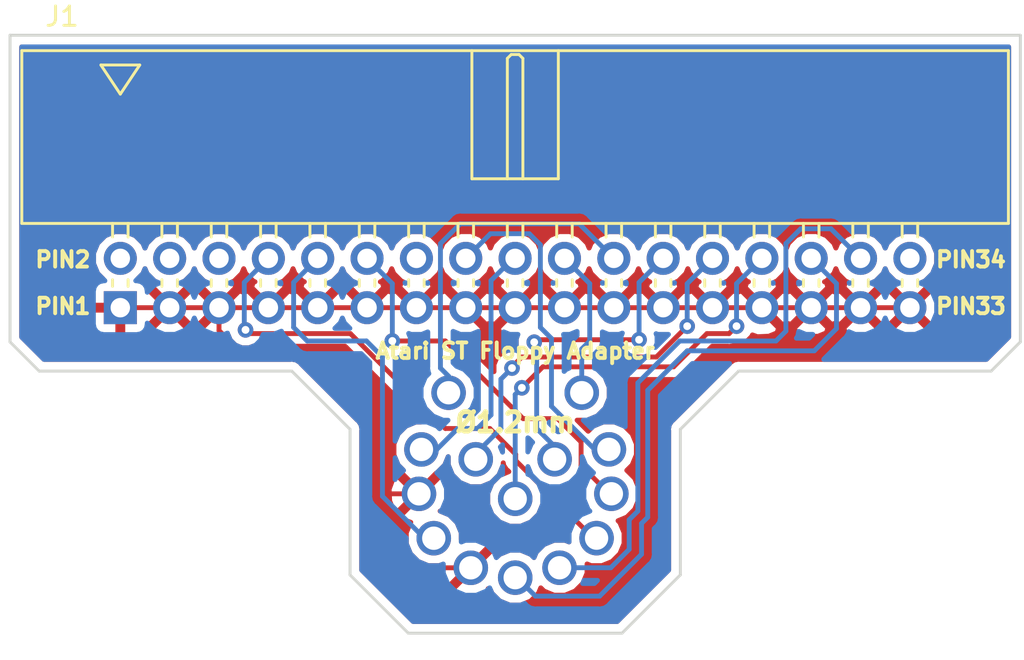
<source format=kicad_pcb>
(kicad_pcb (version 20171130) (host pcbnew "(5.0.0-rc2-dev-655-ge0ca5bab1)")

  (general
    (thickness 1.6)
    (drawings 20)
    (tracks 138)
    (zones 0)
    (modules 2)
    (nets 19)
  )

  (page A4)
  (layers
    (0 Top signal)
    (31 Bottom signal)
    (32 B.Adhes user)
    (33 F.Adhes user)
    (34 B.Paste user)
    (35 F.Paste user)
    (36 B.SilkS user)
    (37 F.SilkS user)
    (38 B.Mask user)
    (39 F.Mask user)
    (40 Dwgs.User user)
    (41 Cmts.User user)
    (42 Eco1.User user)
    (43 Eco2.User user)
    (44 Edge.Cuts user)
    (45 Margin user)
    (46 B.CrtYd user)
    (47 F.CrtYd user)
    (48 B.Fab user)
    (49 F.Fab user)
  )

  (setup
    (last_trace_width 0.25)
    (trace_clearance 0.2)
    (zone_clearance 0.4)
    (zone_45_only no)
    (trace_min 0.2)
    (segment_width 0.2)
    (edge_width 0.15)
    (via_size 0.8)
    (via_drill 0.4)
    (via_min_size 0.4)
    (via_min_drill 0.3)
    (uvia_size 0.3)
    (uvia_drill 0.1)
    (uvias_allowed no)
    (uvia_min_size 0.2)
    (uvia_min_drill 0.1)
    (pcb_text_width 0.3)
    (pcb_text_size 1.5 1.5)
    (mod_edge_width 0.15)
    (mod_text_size 1 1)
    (mod_text_width 0.15)
    (pad_size 1.778 1.778)
    (pad_drill 1.2)
    (pad_to_mask_clearance 0.2)
    (aux_axis_origin 0 0)
    (visible_elements 7FFFFFFF)
    (pcbplotparams
      (layerselection 0x010fc_ffffffff)
      (usegerberextensions false)
      (usegerberattributes false)
      (usegerberadvancedattributes false)
      (creategerberjobfile false)
      (excludeedgelayer true)
      (linewidth 0.100000)
      (plotframeref false)
      (viasonmask false)
      (mode 1)
      (useauxorigin false)
      (hpglpennumber 1)
      (hpglpenspeed 20)
      (hpglpendiameter 15)
      (psnegative false)
      (psa4output false)
      (plotreference true)
      (plotvalue true)
      (plotinvisibletext false)
      (padsonsilk false)
      (subtractmaskfromsilk false)
      (outputformat 1)
      (mirror false)
      (drillshape 1)
      (scaleselection 1)
      (outputdirectory ""))
  )

  (net 0 "")
  (net 1 GND)
  (net 2 "Net-(J1-Pad34)")
  (net 3 Side_Select)
  (net 4 Read_Data)
  (net 5 Write_Protect)
  (net 6 Track_00)
  (net 7 Write_Gate)
  (net 8 Write_Data)
  (net 9 Step)
  (net 10 Step_Direction)
  (net 11 Motor_On)
  (net 12 "Net-(J1-Pad14)")
  (net 13 DS_B)
  (net 14 DS_A)
  (net 15 Index)
  (net 16 "Net-(J1-Pad6)")
  (net 17 "Net-(J1-Pad4)")
  (net 18 "Net-(J1-Pad2)")

  (net_class Default "This is the default net class."
    (clearance 0.2)
    (trace_width 0.25)
    (via_dia 0.8)
    (via_drill 0.4)
    (uvia_dia 0.3)
    (uvia_drill 0.1)
    (add_net DS_A)
    (add_net DS_B)
    (add_net GND)
    (add_net Index)
    (add_net Motor_On)
    (add_net "Net-(J1-Pad14)")
    (add_net "Net-(J1-Pad2)")
    (add_net "Net-(J1-Pad34)")
    (add_net "Net-(J1-Pad4)")
    (add_net "Net-(J1-Pad6)")
    (add_net Read_Data)
    (add_net Side_Select)
    (add_net Step)
    (add_net Step_Direction)
    (add_net Track_00)
    (add_net Write_Data)
    (add_net Write_Gate)
    (add_net Write_Protect)
  )

  (module Connectors_Multicomp:Multicomp_MC9A22-3434_2x17x2.54mm_Angled (layer Top) (tedit 56C61E6B) (tstamp 5B41C6B6)
    (at 128.1761 98.2345)
    (descr http://www.farnell.com/cad/360651.pdf)
    (tags "connector multicomp MC9A MC9A22")
    (path /5B421418)
    (fp_text reference J1 (at -3 -15) (layer F.SilkS)
      (effects (font (size 1 1) (thickness 0.15)))
    )
    (fp_text value Conn_02x17_Odd_Even (at 20.32 -5.5) (layer F.Fab)
      (effects (font (size 1 1) (thickness 0.15)))
    )
    (fp_line (start 41.04 -3.64) (end 41.04 -4.34) (layer F.SilkS) (width 0.15))
    (fp_line (start 40.24 -3.64) (end 40.24 -4.34) (layer F.SilkS) (width 0.15))
    (fp_line (start 41.04 -1.1) (end 41.04 -1.44) (layer F.SilkS) (width 0.15))
    (fp_line (start 40.24 -1.1) (end 40.24 -1.44) (layer F.SilkS) (width 0.15))
    (fp_line (start 38.5 -3.64) (end 38.5 -4.34) (layer F.SilkS) (width 0.15))
    (fp_line (start 37.7 -3.64) (end 37.7 -4.34) (layer F.SilkS) (width 0.15))
    (fp_line (start 38.5 -1.1) (end 38.5 -1.44) (layer F.SilkS) (width 0.15))
    (fp_line (start 37.7 -1.1) (end 37.7 -1.44) (layer F.SilkS) (width 0.15))
    (fp_line (start 35.96 -3.64) (end 35.96 -4.34) (layer F.SilkS) (width 0.15))
    (fp_line (start 35.16 -3.64) (end 35.16 -4.34) (layer F.SilkS) (width 0.15))
    (fp_line (start 35.96 -1.1) (end 35.96 -1.44) (layer F.SilkS) (width 0.15))
    (fp_line (start 35.16 -1.1) (end 35.16 -1.44) (layer F.SilkS) (width 0.15))
    (fp_line (start 33.42 -3.64) (end 33.42 -4.34) (layer F.SilkS) (width 0.15))
    (fp_line (start 32.62 -3.64) (end 32.62 -4.34) (layer F.SilkS) (width 0.15))
    (fp_line (start 33.42 -1.1) (end 33.42 -1.44) (layer F.SilkS) (width 0.15))
    (fp_line (start 32.62 -1.1) (end 32.62 -1.44) (layer F.SilkS) (width 0.15))
    (fp_line (start 30.88 -3.64) (end 30.88 -4.34) (layer F.SilkS) (width 0.15))
    (fp_line (start 30.08 -3.64) (end 30.08 -4.34) (layer F.SilkS) (width 0.15))
    (fp_line (start 30.88 -1.1) (end 30.88 -1.44) (layer F.SilkS) (width 0.15))
    (fp_line (start 30.08 -1.1) (end 30.08 -1.44) (layer F.SilkS) (width 0.15))
    (fp_line (start 28.34 -3.64) (end 28.34 -4.34) (layer F.SilkS) (width 0.15))
    (fp_line (start 27.54 -3.64) (end 27.54 -4.34) (layer F.SilkS) (width 0.15))
    (fp_line (start 28.34 -1.1) (end 28.34 -1.44) (layer F.SilkS) (width 0.15))
    (fp_line (start 27.54 -1.1) (end 27.54 -1.44) (layer F.SilkS) (width 0.15))
    (fp_line (start 25.8 -3.64) (end 25.8 -4.34) (layer F.SilkS) (width 0.15))
    (fp_line (start 25 -3.64) (end 25 -4.34) (layer F.SilkS) (width 0.15))
    (fp_line (start 25.8 -1.1) (end 25.8 -1.44) (layer F.SilkS) (width 0.15))
    (fp_line (start 25 -1.1) (end 25 -1.44) (layer F.SilkS) (width 0.15))
    (fp_line (start 23.26 -3.64) (end 23.26 -4.34) (layer F.SilkS) (width 0.15))
    (fp_line (start 22.46 -3.64) (end 22.46 -4.34) (layer F.SilkS) (width 0.15))
    (fp_line (start 23.26 -1.1) (end 23.26 -1.44) (layer F.SilkS) (width 0.15))
    (fp_line (start 22.46 -1.1) (end 22.46 -1.44) (layer F.SilkS) (width 0.15))
    (fp_line (start 20.72 -3.64) (end 20.72 -4.34) (layer F.SilkS) (width 0.15))
    (fp_line (start 19.92 -3.64) (end 19.92 -4.34) (layer F.SilkS) (width 0.15))
    (fp_line (start 20.72 -1.1) (end 20.72 -1.44) (layer F.SilkS) (width 0.15))
    (fp_line (start 19.92 -1.1) (end 19.92 -1.44) (layer F.SilkS) (width 0.15))
    (fp_line (start 18.18 -3.64) (end 18.18 -4.34) (layer F.SilkS) (width 0.15))
    (fp_line (start 17.38 -3.64) (end 17.38 -4.34) (layer F.SilkS) (width 0.15))
    (fp_line (start 18.18 -1.1) (end 18.18 -1.44) (layer F.SilkS) (width 0.15))
    (fp_line (start 17.38 -1.1) (end 17.38 -1.44) (layer F.SilkS) (width 0.15))
    (fp_line (start 15.64 -3.64) (end 15.64 -4.34) (layer F.SilkS) (width 0.15))
    (fp_line (start 14.84 -3.64) (end 14.84 -4.34) (layer F.SilkS) (width 0.15))
    (fp_line (start 15.64 -1.1) (end 15.64 -1.44) (layer F.SilkS) (width 0.15))
    (fp_line (start 14.84 -1.1) (end 14.84 -1.44) (layer F.SilkS) (width 0.15))
    (fp_line (start 13.1 -3.64) (end 13.1 -4.34) (layer F.SilkS) (width 0.15))
    (fp_line (start 12.3 -3.64) (end 12.3 -4.34) (layer F.SilkS) (width 0.15))
    (fp_line (start 13.1 -1.1) (end 13.1 -1.44) (layer F.SilkS) (width 0.15))
    (fp_line (start 12.3 -1.1) (end 12.3 -1.44) (layer F.SilkS) (width 0.15))
    (fp_line (start 10.56 -3.64) (end 10.56 -4.34) (layer F.SilkS) (width 0.15))
    (fp_line (start 9.76 -3.64) (end 9.76 -4.34) (layer F.SilkS) (width 0.15))
    (fp_line (start 10.56 -1.1) (end 10.56 -1.44) (layer F.SilkS) (width 0.15))
    (fp_line (start 9.76 -1.1) (end 9.76 -1.44) (layer F.SilkS) (width 0.15))
    (fp_line (start 8.02 -3.64) (end 8.02 -4.34) (layer F.SilkS) (width 0.15))
    (fp_line (start 7.22 -3.64) (end 7.22 -4.34) (layer F.SilkS) (width 0.15))
    (fp_line (start 8.02 -1.1) (end 8.02 -1.44) (layer F.SilkS) (width 0.15))
    (fp_line (start 7.22 -1.1) (end 7.22 -1.44) (layer F.SilkS) (width 0.15))
    (fp_line (start 5.48 -3.64) (end 5.48 -4.34) (layer F.SilkS) (width 0.15))
    (fp_line (start 4.68 -3.64) (end 4.68 -4.34) (layer F.SilkS) (width 0.15))
    (fp_line (start 5.48 -1.1) (end 5.48 -1.44) (layer F.SilkS) (width 0.15))
    (fp_line (start 4.68 -1.1) (end 4.68 -1.44) (layer F.SilkS) (width 0.15))
    (fp_line (start 2.94 -3.64) (end 2.94 -4.34) (layer F.SilkS) (width 0.15))
    (fp_line (start 2.14 -3.64) (end 2.14 -4.34) (layer F.SilkS) (width 0.15))
    (fp_line (start 2.94 -1.1) (end 2.94 -1.44) (layer F.SilkS) (width 0.15))
    (fp_line (start 2.14 -1.1) (end 2.14 -1.44) (layer F.SilkS) (width 0.15))
    (fp_line (start 0.4 -3.64) (end 0.4 -4.34) (layer F.SilkS) (width 0.15))
    (fp_line (start -0.4 -3.64) (end -0.4 -4.34) (layer F.SilkS) (width 0.15))
    (fp_line (start 0.4 -1.1) (end 0.4 -1.44) (layer F.SilkS) (width 0.15))
    (fp_line (start -0.4 -1.1) (end -0.4 -1.44) (layer F.SilkS) (width 0.15))
    (fp_line (start 46.2 1.35) (end -5.55 1.35) (layer F.CrtYd) (width 0.05))
    (fp_line (start 46.2 -13.75) (end 46.2 1.35) (layer F.CrtYd) (width 0.05))
    (fp_line (start -5.55 -13.75) (end 46.2 -13.75) (layer F.CrtYd) (width 0.05))
    (fp_line (start -5.55 1.35) (end -5.55 -13.75) (layer F.CrtYd) (width 0.05))
    (fp_line (start 0 -11) (end -1 -12.5) (layer F.SilkS) (width 0.15))
    (fp_line (start 1 -12.5) (end 0 -11) (layer F.SilkS) (width 0.15))
    (fp_line (start -1 -12.5) (end 1 -12.5) (layer F.SilkS) (width 0.15))
    (fp_line (start 20.72 -12.84) (end 20.72 -6.64) (layer F.SilkS) (width 0.15))
    (fp_line (start 20.52 -13.04) (end 20.72 -12.84) (layer F.SilkS) (width 0.15))
    (fp_line (start 20.12 -13.04) (end 20.52 -13.04) (layer F.SilkS) (width 0.15))
    (fp_line (start 19.92 -12.84) (end 20.12 -13.04) (layer F.SilkS) (width 0.15))
    (fp_line (start 19.92 -6.64) (end 19.92 -12.84) (layer F.SilkS) (width 0.15))
    (fp_line (start 22.545 -6.64) (end 22.545 -13.24) (layer F.SilkS) (width 0.15))
    (fp_line (start 18.095 -6.64) (end 22.545 -6.64) (layer F.SilkS) (width 0.15))
    (fp_line (start 18.095 -13.24) (end 18.095 -6.64) (layer F.SilkS) (width 0.15))
    (fp_line (start 45.71 -4.34) (end -5.07 -4.34) (layer F.SilkS) (width 0.15))
    (fp_line (start 45.71 -13.24) (end 45.71 -4.34) (layer F.SilkS) (width 0.15))
    (fp_line (start -5.07 -13.24) (end 45.71 -13.24) (layer F.SilkS) (width 0.15))
    (fp_line (start -5.07 -4.34) (end -5.07 -13.24) (layer F.SilkS) (width 0.15))
    (pad 34 thru_hole circle (at 40.64 -2.54) (size 1.7 1.7) (drill 1) (layers *.Cu *.Mask)
      (net 2 "Net-(J1-Pad34)"))
    (pad 33 thru_hole circle (at 40.64 0) (size 1.7 1.7) (drill 1) (layers *.Cu *.Mask)
      (net 1 GND))
    (pad 32 thru_hole circle (at 38.1 -2.54) (size 1.7 1.7) (drill 1) (layers *.Cu *.Mask)
      (net 3 Side_Select))
    (pad 31 thru_hole circle (at 38.1 0) (size 1.7 1.7) (drill 1) (layers *.Cu *.Mask)
      (net 1 GND))
    (pad 30 thru_hole circle (at 35.56 -2.54) (size 1.7 1.7) (drill 1) (layers *.Cu *.Mask)
      (net 4 Read_Data))
    (pad 29 thru_hole circle (at 35.56 0) (size 1.7 1.7) (drill 1) (layers *.Cu *.Mask)
      (net 1 GND))
    (pad 28 thru_hole circle (at 33.02 -2.54) (size 1.7 1.7) (drill 1) (layers *.Cu *.Mask)
      (net 5 Write_Protect))
    (pad 27 thru_hole circle (at 33.02 0) (size 1.7 1.7) (drill 1) (layers *.Cu *.Mask)
      (net 1 GND))
    (pad 26 thru_hole circle (at 30.48 -2.54) (size 1.7 1.7) (drill 1) (layers *.Cu *.Mask)
      (net 6 Track_00))
    (pad 25 thru_hole circle (at 30.48 0) (size 1.7 1.7) (drill 1) (layers *.Cu *.Mask)
      (net 1 GND))
    (pad 24 thru_hole circle (at 27.94 -2.54) (size 1.7 1.7) (drill 1) (layers *.Cu *.Mask)
      (net 7 Write_Gate))
    (pad 23 thru_hole circle (at 27.94 0) (size 1.7 1.7) (drill 1) (layers *.Cu *.Mask)
      (net 1 GND))
    (pad 22 thru_hole circle (at 25.4 -2.54) (size 1.7 1.7) (drill 1) (layers *.Cu *.Mask)
      (net 8 Write_Data))
    (pad 21 thru_hole circle (at 25.4 0) (size 1.7 1.7) (drill 1) (layers *.Cu *.Mask)
      (net 1 GND))
    (pad 20 thru_hole circle (at 22.86 -2.54) (size 1.7 1.7) (drill 1) (layers *.Cu *.Mask)
      (net 9 Step))
    (pad 19 thru_hole circle (at 22.86 0) (size 1.7 1.7) (drill 1) (layers *.Cu *.Mask)
      (net 1 GND))
    (pad 18 thru_hole circle (at 20.32 -2.54) (size 1.7 1.7) (drill 1) (layers *.Cu *.Mask)
      (net 10 Step_Direction))
    (pad 17 thru_hole circle (at 20.32 0) (size 1.7 1.7) (drill 1) (layers *.Cu *.Mask)
      (net 1 GND))
    (pad 16 thru_hole circle (at 17.78 -2.54) (size 1.7 1.7) (drill 1) (layers *.Cu *.Mask)
      (net 11 Motor_On))
    (pad 15 thru_hole circle (at 17.78 0) (size 1.7 1.7) (drill 1) (layers *.Cu *.Mask)
      (net 1 GND))
    (pad 14 thru_hole circle (at 15.24 -2.54) (size 1.7 1.7) (drill 1) (layers *.Cu *.Mask)
      (net 12 "Net-(J1-Pad14)"))
    (pad 13 thru_hole circle (at 15.24 0) (size 1.7 1.7) (drill 1) (layers *.Cu *.Mask)
      (net 1 GND))
    (pad 12 thru_hole circle (at 12.7 -2.54) (size 1.7 1.7) (drill 1) (layers *.Cu *.Mask)
      (net 13 DS_B))
    (pad 11 thru_hole circle (at 12.7 0) (size 1.7 1.7) (drill 1) (layers *.Cu *.Mask)
      (net 1 GND))
    (pad 10 thru_hole circle (at 10.16 -2.54) (size 1.7 1.7) (drill 1) (layers *.Cu *.Mask)
      (net 14 DS_A))
    (pad 9 thru_hole circle (at 10.16 0) (size 1.7 1.7) (drill 1) (layers *.Cu *.Mask)
      (net 1 GND))
    (pad 8 thru_hole circle (at 7.62 -2.54) (size 1.7 1.7) (drill 1) (layers *.Cu *.Mask)
      (net 15 Index))
    (pad 7 thru_hole circle (at 7.62 0) (size 1.7 1.7) (drill 1) (layers *.Cu *.Mask)
      (net 1 GND))
    (pad 6 thru_hole circle (at 5.08 -2.54) (size 1.7 1.7) (drill 1) (layers *.Cu *.Mask)
      (net 16 "Net-(J1-Pad6)"))
    (pad 5 thru_hole circle (at 5.08 0) (size 1.7 1.7) (drill 1) (layers *.Cu *.Mask)
      (net 1 GND))
    (pad 4 thru_hole circle (at 2.54 -2.54) (size 1.7 1.7) (drill 1) (layers *.Cu *.Mask)
      (net 17 "Net-(J1-Pad4)"))
    (pad 3 thru_hole circle (at 2.54 0) (size 1.7 1.7) (drill 1) (layers *.Cu *.Mask)
      (net 1 GND))
    (pad 2 thru_hole circle (at 0 -2.54) (size 1.7 1.7) (drill 1) (layers *.Cu *.Mask)
      (net 18 "Net-(J1-Pad2)"))
    (pad 1 thru_hole rect (at 0 0) (size 1.7 1.7) (drill 1) (layers *.Cu *.Mask)
      (net 1 GND))
  )

  (module AtarianComputing:Atari_ST_Floppy (layer Top) (tedit 5B421645) (tstamp 5B41BC9C)
    (at 148.5011 107.061)
    (path /5B43EA90)
    (fp_text reference U1 (at -0.005 -9.60374) (layer F.SilkS) hide
      (effects (font (size 1.524 1.524) (thickness 0.381)))
    )
    (fp_text value Atari_ST_Floppy (at 0 10.668) (layer F.Fab) hide
      (effects (font (size 1.524 1.524) (thickness 0.381)))
    )
    (fp_circle (center 0 0) (end -2.526482 8.5) (layer F.Fab) (width 0.15))
    (pad 1 thru_hole circle (at 0 5.08) (size 1.778 1.778) (drill 1.2) (layers *.Cu *.Mask)
      (net 4 Read_Data))
    (pad 3 thru_hole circle (at -2.286 4.572) (size 1.778 1.778) (drill 1.2) (layers *.Cu *.Mask)
      (net 1 GND))
    (pad 5 thru_hole circle (at -4.191 3.048) (size 1.778 1.778) (drill 1.2) (layers *.Cu *.Mask)
      (net 14 DS_A))
    (pad 7 thru_hole circle (at -4.953 0.762) (size 1.778 1.778) (drill 1.2) (layers *.Cu *.Mask)
      (net 1 GND))
    (pad 9 thru_hole circle (at -4.826 -1.524) (size 1.778 1.778) (drill 1.2) (layers *.Cu *.Mask)
      (net 10 Step_Direction))
    (pad 11 thru_hole circle (at -3.429 -4.445) (size 1.778 1.778) (drill 1.2) (layers *.Cu *.Mask)
      (net 8 Write_Data))
    (pad 13 thru_hole circle (at -2.032 -1.016) (size 1.778 1.778) (drill 1.2) (layers *.Cu *.Mask)
      (net 6 Track_00))
    (pad 14 thru_hole circle (at 0 1.016) (size 1.778 1.778) (drill 1.2) (layers *.Cu *.Mask)
      (net 5 Write_Protect))
    (pad 12 thru_hole circle (at 2.028335 -1.019142) (size 1.778 1.778) (drill 1.2) (layers *.Cu *.Mask)
      (net 7 Write_Gate))
    (pad 2 thru_hole circle (at 2.282335 4.568858) (size 1.778 1.778) (drill 1.2) (layers *.Cu *.Mask)
      (net 3 Side_Select))
    (pad 8 thru_hole circle (at 4.822335 -1.527142) (size 1.778 1.778) (drill 1.2) (layers *.Cu *.Mask)
      (net 11 Motor_On))
    (pad 4 thru_hole circle (at 4.187335 3.044858) (size 1.778 1.778) (drill 1.2) (layers *.Cu *.Mask)
      (net 15 Index))
    (pad 6 thru_hole circle (at 4.949335 0.758858) (size 1.778 1.778) (drill 1.2) (layers *.Cu *.Mask)
      (net 13 DS_B))
    (pad 10 thru_hole circle (at 3.425335 -4.448142) (size 1.778 1.778) (drill 1.2) (layers *.Cu *.Mask)
      (net 9 Step))
  )

  (gr_text "Atari ST Floppy Adapter" (at 148.5011 100.465) (layer F.SilkS)
    (effects (font (size 0.8 0.8) (thickness 0.2)))
  )
  (gr_text PIN34 (at 171.958 95.758) (layer F.SilkS) (tstamp 5B42295E)
    (effects (font (size 0.8 0.8) (thickness 0.2)))
  )
  (gr_text PIN33 (at 171.958 98.1605) (layer F.SilkS) (tstamp 5B4227E2)
    (effects (font (size 0.8 0.8) (thickness 0.2)))
  )
  (gr_text PIN2 (at 125.222 95.758) (layer F.SilkS) (tstamp 5B421F8E)
    (effects (font (size 0.8 0.8) (thickness 0.2)))
  )
  (gr_text PIN1 (at 125.222 98.1605) (layer F.SilkS)
    (effects (font (size 0.8 0.8) (thickness 0.2)))
  )
  (gr_text Ø1.2mm (at 148.5011 104.14) (layer F.SilkS)
    (effects (font (size 1 1) (thickness 0.25)))
  )
  (gr_line (start 154 115) (end 157 112) (layer Edge.Cuts) (width 0.15) (tstamp 5B41E0CA))
  (gr_line (start 157 104.5) (end 157 112) (layer Edge.Cuts) (width 0.15) (tstamp 5B41E0A5))
  (gr_line (start 157 104.5) (end 160 101.5) (layer Edge.Cuts) (width 0.15) (tstamp 5B41E063))
  (gr_line (start 173 101.5) (end 160 101.5) (layer Edge.Cuts) (width 0.15) (tstamp 5B41DFEA))
  (gr_line (start 173 101.5) (end 174.5 100) (layer Edge.Cuts) (width 0.15) (tstamp 5B41DFA5))
  (gr_line (start 122.5 100) (end 124 101.5) (layer Edge.Cuts) (width 0.15) (tstamp 5B41DD65))
  (gr_line (start 137 101.5) (end 140 104.5) (layer Edge.Cuts) (width 0.15) (tstamp 5B41DCC5))
  (gr_line (start 140 104.5) (end 140 112) (layer Edge.Cuts) (width 0.15))
  (gr_line (start 137 101.5) (end 124 101.5) (layer Edge.Cuts) (width 0.15))
  (gr_line (start 140 112) (end 143 115) (layer Edge.Cuts) (width 0.15))
  (gr_line (start 154 115) (end 143 115) (layer Edge.Cuts) (width 0.15))
  (gr_line (start 174.5 84.201) (end 174.5 100) (layer Edge.Cuts) (width 0.15))
  (gr_line (start 122.5 84.201) (end 174.5 84.201) (layer Edge.Cuts) (width 0.15))
  (gr_line (start 122.5 84.201) (end 122.5 100) (layer Edge.Cuts) (width 0.15))

  (segment (start 133.2561 98.2345) (end 135.7961 98.2345) (width 0.25) (layer Top) (net 1))
  (segment (start 135.7961 98.2345) (end 138.3361 98.2345) (width 0.25) (layer Top) (net 1))
  (segment (start 138.3361 98.2345) (end 140.8761 98.2345) (width 0.25) (layer Top) (net 1))
  (segment (start 140.8761 98.2345) (end 143.4161 98.2345) (width 0.25) (layer Top) (net 1))
  (segment (start 143.4161 98.2345) (end 145.9561 98.2345) (width 0.25) (layer Top) (net 1))
  (segment (start 145.9561 98.2345) (end 148.4961 98.2345) (width 0.25) (layer Top) (net 1))
  (segment (start 148.4961 98.2345) (end 151.0361 98.2345) (width 0.25) (layer Top) (net 1))
  (segment (start 151.0361 98.2345) (end 153.5761 98.2345) (width 0.25) (layer Top) (net 1))
  (segment (start 153.5761 98.2345) (end 156.1161 98.2345) (width 0.25) (layer Top) (net 1))
  (segment (start 156.1161 98.2345) (end 158.6561 98.2345) (width 0.25) (layer Top) (net 1))
  (segment (start 158.6561 98.2345) (end 161.1961 98.2345) (width 0.25) (layer Top) (net 1))
  (segment (start 161.1961 98.2345) (end 163.7361 98.2345) (width 0.25) (layer Top) (net 1))
  (segment (start 163.7361 98.2345) (end 166.2761 98.2345) (width 0.25) (layer Top) (net 1))
  (segment (start 166.2761 98.2345) (end 168.8161 98.2345) (width 0.25) (layer Top) (net 1))
  (segment (start 133.2561 98.2345) (end 130.7161 98.2345) (width 0.25) (layer Top) (net 1))
  (segment (start 130.7161 98.2345) (end 128.1761 98.2345) (width 0.25) (layer Top) (net 1))
  (segment (start 143.5481 107.823) (end 141.6685 107.823) (width 0.25) (layer Top) (net 1))
  (segment (start 141.6685 109.601) (end 141.6685 107.823) (width 0.25) (layer Top) (net 1))
  (segment (start 146.2151 111.633) (end 143.7005 111.633) (width 0.25) (layer Top) (net 1))
  (segment (start 143.7005 111.633) (end 141.6685 109.601) (width 0.25) (layer Top) (net 1))
  (segment (start 133.2561 99.4106) (end 133.2561 98.2345) (width 0.25) (layer Top) (net 1))
  (segment (start 134.493 100.6475) (end 133.2561 99.4106) (width 0.25) (layer Top) (net 1))
  (segment (start 140.1445 100.6475) (end 134.493 100.6475) (width 0.25) (layer Top) (net 1))
  (segment (start 141.6685 107.823) (end 141.6685 102.1715) (width 0.25) (layer Top) (net 1))
  (segment (start 141.6685 102.1715) (end 140.1445 100.6475) (width 0.25) (layer Top) (net 1))
  (segment (start 164.7521 94.1705) (end 166.2761 95.6945) (width 0.25) (layer Bottom) (net 3))
  (segment (start 163.195 94.1705) (end 164.7521 94.1705) (width 0.25) (layer Bottom) (net 3))
  (segment (start 162.433 94.9325) (end 163.195 94.1705) (width 0.25) (layer Bottom) (net 3))
  (segment (start 162.433 99.441) (end 162.433 94.9325) (width 0.25) (layer Bottom) (net 3))
  (segment (start 156.972 99.949) (end 161.925 99.949) (width 0.25) (layer Bottom) (net 3))
  (segment (start 161.925 99.949) (end 162.433 99.441) (width 0.25) (layer Bottom) (net 3))
  (segment (start 153.419142 111.629858) (end 154.3685 110.6805) (width 0.25) (layer Bottom) (net 3))
  (segment (start 150.783435 111.629858) (end 153.419142 111.629858) (width 0.25) (layer Bottom) (net 3))
  (segment (start 154.3685 110.6805) (end 154.3685 109.1565) (width 0.25) (layer Bottom) (net 3))
  (segment (start 154.3685 109.1565) (end 154.813 108.712) (width 0.25) (layer Bottom) (net 3))
  (segment (start 154.813 108.712) (end 154.813 102.108) (width 0.25) (layer Bottom) (net 3))
  (segment (start 154.813 102.108) (end 156.972 99.949) (width 0.25) (layer Bottom) (net 3))
  (segment (start 165.0365 96.9949) (end 163.7361 95.6945) (width 0.25) (layer Bottom) (net 4))
  (segment (start 165.0365 99.314) (end 165.0365 96.9949) (width 0.25) (layer Bottom) (net 4))
  (segment (start 157.353 100.457) (end 163.8935 100.457) (width 0.25) (layer Bottom) (net 4))
  (segment (start 155.321 109.0295) (end 155.321 102.489) (width 0.25) (layer Bottom) (net 4))
  (segment (start 148.5011 112.141) (end 148.59 112.141) (width 0.25) (layer Bottom) (net 4))
  (segment (start 149.5425 113.0935) (end 152.8445 113.0935) (width 0.25) (layer Bottom) (net 4))
  (segment (start 152.8445 113.0935) (end 155.0035 110.9345) (width 0.25) (layer Bottom) (net 4))
  (segment (start 148.59 112.141) (end 149.5425 113.0935) (width 0.25) (layer Bottom) (net 4))
  (segment (start 155.0035 110.9345) (end 155.0035 109.347) (width 0.25) (layer Bottom) (net 4))
  (segment (start 163.8935 100.457) (end 165.0365 99.314) (width 0.25) (layer Bottom) (net 4))
  (segment (start 155.321 102.489) (end 157.353 100.457) (width 0.25) (layer Bottom) (net 4))
  (segment (start 155.0035 109.347) (end 155.321 109.0295) (width 0.25) (layer Bottom) (net 4))
  (segment (start 159.893 99.187) (end 159.893 96.9976) (width 0.25) (layer Bottom) (net 5))
  (via (at 159.893 99.187) (size 0.8) (drill 0.4) (layers Top Bottom) (net 5))
  (segment (start 159.893 96.9976) (end 161.1961 95.6945) (width 0.25) (layer Bottom) (net 5))
  (segment (start 148.5011 102.7049) (end 148.5011 108.077) (width 0.25) (layer Bottom) (net 5))
  (segment (start 148.844 102.362) (end 148.5011 102.7049) (width 0.25) (layer Bottom) (net 5))
  (via (at 148.844 102.362) (size 0.8) (drill 0.4) (layers Top Bottom) (net 5))
  (segment (start 159.512 99.568) (end 159.893 99.187) (width 0.25) (layer Top) (net 5))
  (segment (start 158.369 99.568) (end 159.512 99.568) (width 0.25) (layer Top) (net 5))
  (segment (start 156.6545 101.2825) (end 158.369 99.568) (width 0.25) (layer Top) (net 5))
  (segment (start 148.844 102.362) (end 149.9235 101.2825) (width 0.25) (layer Top) (net 5))
  (segment (start 149.9235 101.2825) (end 156.6545 101.2825) (width 0.25) (layer Top) (net 5))
  (segment (start 157.353 96.9976) (end 158.6561 95.6945) (width 0.25) (layer Bottom) (net 6))
  (segment (start 157.353 99.187) (end 157.353 96.9976) (width 0.25) (layer Bottom) (net 6))
  (via (at 157.353 99.187) (size 0.8) (drill 0.4) (layers Top Bottom) (net 6))
  (segment (start 155.7655 100.7745) (end 157.353 99.187) (width 0.25) (layer Top) (net 6))
  (segment (start 148.336 101.2825) (end 148.844 100.7745) (width 0.25) (layer Top) (net 6))
  (segment (start 148.336 101.346) (end 147.7645 101.9175) (width 0.25) (layer Bottom) (net 6))
  (segment (start 147.7645 101.9175) (end 147.7645 104.4575) (width 0.25) (layer Bottom) (net 6))
  (segment (start 148.844 100.7745) (end 155.7655 100.7745) (width 0.25) (layer Top) (net 6))
  (segment (start 146.4691 105.7529) (end 146.4691 106.045) (width 0.25) (layer Bottom) (net 6))
  (segment (start 148.336 101.346) (end 148.336 101.2825) (width 0.25) (layer Top) (net 6))
  (segment (start 147.7645 104.4575) (end 146.4691 105.7529) (width 0.25) (layer Bottom) (net 6))
  (via (at 148.336 101.346) (size 0.8) (drill 0.4) (layers Top Bottom) (net 6))
  (via (at 154.8765 99.8855) (size 0.8) (drill 0.4) (layers Top Bottom) (net 7))
  (segment (start 154.8765 96.9341) (end 156.1161 95.6945) (width 0.25) (layer Bottom) (net 7))
  (segment (start 154.8765 99.8855) (end 154.8765 96.9341) (width 0.25) (layer Bottom) (net 7))
  (segment (start 150.529435 105.380935) (end 150.529435 106.041858) (width 0.25) (layer Bottom) (net 7))
  (segment (start 149.479 100.0125) (end 149.606 99.8855) (width 0.25) (layer Top) (net 7))
  (segment (start 149.606 99.8855) (end 154.8765 99.8855) (width 0.25) (layer Top) (net 7))
  (segment (start 149.606 100.1395) (end 149.606 104.4575) (width 0.25) (layer Bottom) (net 7))
  (segment (start 149.479 100.0125) (end 149.606 100.1395) (width 0.25) (layer Bottom) (net 7))
  (segment (start 149.606 104.4575) (end 150.529435 105.380935) (width 0.25) (layer Bottom) (net 7))
  (via (at 149.479 100.0125) (size 0.8) (drill 0.4) (layers Top Bottom) (net 7))
  (segment (start 151.7981 93.9165) (end 153.5761 95.6945) (width 0.25) (layer Bottom) (net 8))
  (segment (start 145.669 93.9165) (end 151.7981 93.9165) (width 0.25) (layer Bottom) (net 8))
  (segment (start 144.653 94.9325) (end 145.669 93.9165) (width 0.25) (layer Bottom) (net 8))
  (segment (start 144.653 101.346) (end 144.653 94.9325) (width 0.25) (layer Bottom) (net 8))
  (segment (start 145.0721 102.616) (end 145.0721 101.7651) (width 0.25) (layer Bottom) (net 8))
  (segment (start 145.0721 101.7651) (end 144.653 101.346) (width 0.25) (layer Bottom) (net 8))
  (segment (start 151.926435 102.612858) (end 151.926435 100.359065) (width 0.25) (layer Bottom) (net 9))
  (segment (start 151.926435 100.359065) (end 152.3365 99.949) (width 0.25) (layer Bottom) (net 9))
  (segment (start 152.3365 96.9949) (end 151.0361 95.6945) (width 0.25) (layer Bottom) (net 9))
  (segment (start 152.3365 99.949) (end 152.3365 96.9949) (width 0.25) (layer Bottom) (net 9))
  (segment (start 143.6751 105.537) (end 144.4625 105.537) (width 0.25) (layer Bottom) (net 10))
  (segment (start 144.4625 105.537) (end 145.542 104.4575) (width 0.25) (layer Bottom) (net 10))
  (segment (start 145.542 104.4575) (end 146.558 104.4575) (width 0.25) (layer Bottom) (net 10))
  (segment (start 146.558 104.4575) (end 147.2565 103.759) (width 0.25) (layer Bottom) (net 10))
  (segment (start 147.2565 103.759) (end 147.2565 96.8375) (width 0.25) (layer Bottom) (net 10))
  (segment (start 148.3995 95.6945) (end 148.4961 95.6945) (width 0.25) (layer Bottom) (net 10))
  (segment (start 147.2565 96.8375) (end 148.3995 95.6945) (width 0.25) (layer Bottom) (net 10))
  (segment (start 147.2261 94.4245) (end 145.9561 95.6945) (width 0.25) (layer Bottom) (net 11))
  (segment (start 149.225 94.4245) (end 147.2261 94.4245) (width 0.25) (layer Bottom) (net 11))
  (segment (start 152.587358 105.533858) (end 150.368 103.3145) (width 0.25) (layer Bottom) (net 11))
  (segment (start 153.323435 105.533858) (end 152.587358 105.533858) (width 0.25) (layer Bottom) (net 11))
  (segment (start 150.368 103.3145) (end 150.368 99.822) (width 0.25) (layer Bottom) (net 11))
  (segment (start 150.368 99.822) (end 149.7965 99.2505) (width 0.25) (layer Bottom) (net 11))
  (segment (start 149.7965 99.2505) (end 149.7965 94.996) (width 0.25) (layer Bottom) (net 11))
  (segment (start 149.7965 94.996) (end 149.225 94.4245) (width 0.25) (layer Bottom) (net 11))
  (segment (start 142.3035 99.949) (end 142.3035 99.949) (width 0.25) (layer Top) (net 13) (tstamp 5B41CF28))
  (via (at 142.1765 99.949) (size 0.8) (drill 0.4) (layers Top Bottom) (net 13))
  (segment (start 142.1765 96.9949) (end 140.8761 95.6945) (width 0.25) (layer Bottom) (net 13))
  (segment (start 142.1765 99.949) (end 142.1765 96.9949) (width 0.25) (layer Bottom) (net 13))
  (segment (start 153.349358 107.819858) (end 153.450435 107.819858) (width 0.25) (layer Top) (net 13))
  (segment (start 142.1765 99.949) (end 144.907 99.949) (width 0.25) (layer Top) (net 13))
  (segment (start 144.907 99.949) (end 148.9075 103.9495) (width 0.25) (layer Top) (net 13))
  (segment (start 148.9075 103.9495) (end 150.6855 103.9495) (width 0.25) (layer Top) (net 13))
  (segment (start 150.6855 103.9495) (end 151.892 105.156) (width 0.25) (layer Top) (net 13))
  (segment (start 151.892 105.156) (end 151.892 106.3625) (width 0.25) (layer Top) (net 13))
  (segment (start 151.892 106.3625) (end 153.349358 107.819858) (width 0.25) (layer Top) (net 13))
  (segment (start 137.0965 96.9341) (end 138.3361 95.6945) (width 0.25) (layer Bottom) (net 14))
  (segment (start 144.3101 110.109) (end 143.8275 110.109) (width 0.25) (layer Bottom) (net 14))
  (segment (start 141.6685 107.95) (end 141.6685 100.7745) (width 0.25) (layer Bottom) (net 14))
  (segment (start 143.8275 110.109) (end 141.6685 107.95) (width 0.25) (layer Bottom) (net 14))
  (segment (start 141.6685 100.7745) (end 140.843 99.949) (width 0.25) (layer Bottom) (net 14))
  (segment (start 137.795 99.949) (end 137.0965 99.2505) (width 0.25) (layer Bottom) (net 14))
  (segment (start 140.843 99.949) (end 137.795 99.949) (width 0.25) (layer Bottom) (net 14))
  (segment (start 137.0965 99.2505) (end 137.0965 96.9341) (width 0.25) (layer Bottom) (net 14))
  (segment (start 134.62 99.3775) (end 134.5565 99.314) (width 0.25) (layer Bottom) (net 15))
  (segment (start 134.5565 96.9341) (end 135.7961 95.6945) (width 0.25) (layer Bottom) (net 15))
  (segment (start 134.5565 99.314) (end 134.5565 96.9341) (width 0.25) (layer Bottom) (net 15))
  (via (at 134.62 99.3775) (size 0.8) (drill 0.4) (layers Top Bottom) (net 15))
  (segment (start 152.523858 110.105858) (end 152.688435 110.105858) (width 0.25) (layer Top) (net 15))
  (segment (start 134.62 99.3775) (end 134.8105 99.568) (width 0.25) (layer Top) (net 15))
  (segment (start 134.8105 99.568) (end 140.0175 99.568) (width 0.25) (layer Top) (net 15))
  (segment (start 140.0175 99.568) (end 144.907 104.4575) (width 0.25) (layer Top) (net 15))
  (segment (start 148.5265 106.1085) (end 152.523858 110.105858) (width 0.25) (layer Top) (net 15))
  (segment (start 144.907 104.4575) (end 147.193 104.4575) (width 0.25) (layer Top) (net 15))
  (segment (start 147.193 104.4575) (end 148.5265 105.791) (width 0.25) (layer Top) (net 15))
  (segment (start 148.5265 105.791) (end 148.5265 106.1085) (width 0.25) (layer Top) (net 15))

  (zone (net 1) (net_name GND) (layer Top) (tstamp 0) (hatch edge 0.508)
    (priority 1)
    (connect_pads (clearance 0.4))
    (min_thickness 0.254)
    (fill yes (arc_segments 16) (thermal_gap 0.508) (thermal_bridge_width 0.508))
    (polygon
      (pts
        (xy 122.1105 83.8835) (xy 174.6885 84.0105) (xy 174.6885 100.203) (xy 172.847 102.0445) (xy 160.0835 102.108)
        (xy 157.4165 104.9655) (xy 157.48 112.7125) (xy 153.6065 116.3955) (xy 143.0655 116.078) (xy 139.1285 112.4585)
        (xy 139.192 105.156) (xy 136.5885 102.108) (xy 123.825 102.108) (xy 121.9835 99.8855) (xy 121.9835 84.0105)
      )
    )
    (filled_polygon
      (pts
        (xy 173.898001 99.750643) (xy 172.750644 100.898) (xy 160.059283 100.898) (xy 160 100.886208) (xy 159.940717 100.898)
        (xy 159.940712 100.898) (xy 159.765112 100.932929) (xy 159.76511 100.93293) (xy 159.765111 100.93293) (xy 159.616244 101.032399)
        (xy 159.616242 101.032401) (xy 159.565983 101.065983) (xy 159.532401 101.116242) (xy 156.616245 104.032399) (xy 156.565983 104.065983)
        (xy 156.432929 104.265113) (xy 156.398 104.440713) (xy 156.398 104.440717) (xy 156.386208 104.5) (xy 156.398 104.559283)
        (xy 156.398001 111.750642) (xy 153.750644 114.398) (xy 143.249357 114.398) (xy 140.602 111.750644) (xy 140.602 108.895196)
        (xy 142.655509 108.895196) (xy 142.740567 109.150539) (xy 143.12547 109.291103) (xy 143.109673 109.3069) (xy 142.8941 109.82734)
        (xy 142.8941 110.39066) (xy 143.109673 110.9111) (xy 143.508 111.309427) (xy 144.02844 111.525) (xy 144.59176 111.525)
        (xy 144.683503 111.486999) (xy 144.705377 112.0007) (xy 144.887561 112.440533) (xy 145.142904 112.525591) (xy 146.035495 111.633)
        (xy 146.021353 111.618858) (xy 146.200958 111.439253) (xy 146.2151 111.453395) (xy 147.107691 110.560804) (xy 147.022633 110.305461)
        (xy 146.453135 110.097484) (xy 145.8474 110.123277) (xy 145.7261 110.173521) (xy 145.7261 109.82734) (xy 145.510527 109.3069)
        (xy 145.1122 108.908573) (xy 144.634709 108.71079) (xy 144.875639 108.630533) (xy 145.083616 108.061035) (xy 145.057823 107.4553)
        (xy 144.875639 107.015467) (xy 144.620296 106.930409) (xy 143.727705 107.823) (xy 143.741848 107.837143) (xy 143.562243 108.016748)
        (xy 143.5481 108.002605) (xy 142.655509 108.895196) (xy 140.602 108.895196) (xy 140.602 107.584965) (xy 142.012584 107.584965)
        (xy 142.038377 108.1907) (xy 142.220561 108.630533) (xy 142.475904 108.715591) (xy 143.368495 107.823) (xy 142.475904 106.930409)
        (xy 142.220561 107.015467) (xy 142.012584 107.584965) (xy 140.602 107.584965) (xy 140.602 104.559283) (xy 140.613792 104.5)
        (xy 140.602 104.440717) (xy 140.602 104.440712) (xy 140.567071 104.265112) (xy 140.525637 104.203102) (xy 140.467601 104.116244)
        (xy 140.467599 104.116242) (xy 140.434017 104.065983) (xy 140.383758 104.032401) (xy 137.4676 101.116244) (xy 137.434017 101.065983)
        (xy 137.234888 100.932929) (xy 137.059288 100.898) (xy 137.059283 100.898) (xy 137 100.886208) (xy 136.940717 100.898)
        (xy 124.249356 100.898) (xy 123.102 99.750644) (xy 123.102 98.52025) (xy 126.6911 98.52025) (xy 126.6911 99.21081)
        (xy 126.787773 99.444199) (xy 126.966402 99.622827) (xy 127.199791 99.7195) (xy 127.89035 99.7195) (xy 128.0491 99.56075)
        (xy 128.0491 98.3615) (xy 126.84985 98.3615) (xy 126.6911 98.52025) (xy 123.102 98.52025) (xy 123.102 97.25819)
        (xy 126.6911 97.25819) (xy 126.6911 97.94875) (xy 126.84985 98.1075) (xy 128.0491 98.1075) (xy 128.0491 98.0875)
        (xy 128.3031 98.0875) (xy 128.3031 98.1075) (xy 128.3231 98.1075) (xy 128.3231 98.3615) (xy 128.3031 98.3615)
        (xy 128.3031 99.56075) (xy 128.46185 99.7195) (xy 129.152409 99.7195) (xy 129.385798 99.622827) (xy 129.564427 99.444199)
        (xy 129.633079 99.278458) (xy 129.851747 99.278458) (xy 129.93202 99.529759) (xy 130.487379 99.731218) (xy 131.077558 99.704815)
        (xy 131.50018 99.529759) (xy 131.580453 99.278458) (xy 132.391747 99.278458) (xy 132.47202 99.529759) (xy 133.027379 99.731218)
        (xy 133.617558 99.704815) (xy 133.732483 99.657212) (xy 133.834127 99.902603) (xy 134.094897 100.163373) (xy 134.435608 100.3045)
        (xy 134.804392 100.3045) (xy 135.008393 100.22) (xy 139.747434 100.22) (xy 143.648433 104.121) (xy 143.39344 104.121)
        (xy 142.873 104.336573) (xy 142.474673 104.7349) (xy 142.2591 105.25534) (xy 142.2591 105.81866) (xy 142.474673 106.3391)
        (xy 142.713197 106.577624) (xy 142.655509 106.750804) (xy 143.5481 107.643395) (xy 144.437711 106.753784) (xy 144.4772 106.737427)
        (xy 144.875527 106.3391) (xy 145.0531 105.9104) (xy 145.0531 106.32666) (xy 145.268673 106.8471) (xy 145.667 107.245427)
        (xy 146.18744 107.461) (xy 146.75076 107.461) (xy 147.2712 107.245427) (xy 147.669527 106.8471) (xy 147.8851 106.32666)
        (xy 147.8851 106.226004) (xy 147.91233 106.362898) (xy 148.056436 106.578565) (xy 148.110873 106.614939) (xy 148.175242 106.679308)
        (xy 147.699 106.876573) (xy 147.300673 107.2749) (xy 147.0851 107.79534) (xy 147.0851 108.35866) (xy 147.300673 108.8791)
        (xy 147.699 109.277427) (xy 148.21944 109.493) (xy 148.78276 109.493) (xy 149.3032 109.277427) (xy 149.701527 108.8791)
        (xy 149.898792 108.402859) (xy 151.286405 109.790472) (xy 151.272435 109.824198) (xy 151.272435 110.299741) (xy 151.065095 110.213858)
        (xy 150.501775 110.213858) (xy 149.981335 110.429431) (xy 149.583008 110.827758) (xy 149.468012 111.105385) (xy 149.3032 110.940573)
        (xy 148.78276 110.725) (xy 148.21944 110.725) (xy 147.699 110.940573) (xy 147.62215 111.017423) (xy 147.542639 110.825467)
        (xy 147.287296 110.740409) (xy 146.394705 111.633) (xy 146.408848 111.647143) (xy 146.229243 111.826748) (xy 146.2151 111.812605)
        (xy 145.322509 112.705196) (xy 145.407567 112.960539) (xy 145.977065 113.168516) (xy 146.5828 113.142723) (xy 147.022633 112.960539)
        (xy 147.10769 112.705198) (xy 147.22228 112.819788) (xy 147.241595 112.800473) (xy 147.300673 112.9431) (xy 147.699 113.341427)
        (xy 148.21944 113.557) (xy 148.78276 113.557) (xy 149.3032 113.341427) (xy 149.701527 112.9431) (xy 149.816523 112.665473)
        (xy 149.981335 112.830285) (xy 150.501775 113.045858) (xy 151.065095 113.045858) (xy 151.585535 112.830285) (xy 151.983862 112.431958)
        (xy 152.199435 111.911518) (xy 152.199435 111.435975) (xy 152.406775 111.521858) (xy 152.970095 111.521858) (xy 153.490535 111.306285)
        (xy 153.888862 110.907958) (xy 154.104435 110.387518) (xy 154.104435 109.824198) (xy 153.888862 109.303758) (xy 153.794933 109.209829)
        (xy 154.252535 109.020285) (xy 154.650862 108.621958) (xy 154.866435 108.101518) (xy 154.866435 107.538198) (xy 154.650862 107.017758)
        (xy 154.252535 106.619431) (xy 154.243946 106.615874) (xy 154.523862 106.335958) (xy 154.739435 105.815518) (xy 154.739435 105.252198)
        (xy 154.523862 104.731758) (xy 154.125535 104.333431) (xy 153.605095 104.117858) (xy 153.041775 104.117858) (xy 152.521335 104.333431)
        (xy 152.256417 104.598349) (xy 151.686925 104.028858) (xy 152.208095 104.028858) (xy 152.728535 103.813285) (xy 153.126862 103.414958)
        (xy 153.342435 102.894518) (xy 153.342435 102.331198) (xy 153.178118 101.9345) (xy 156.59029 101.9345) (xy 156.6545 101.947272)
        (xy 156.71871 101.9345) (xy 156.718714 101.9345) (xy 156.908898 101.89667) (xy 157.124565 101.752565) (xy 157.160941 101.698126)
        (xy 158.639067 100.22) (xy 159.44779 100.22) (xy 159.512 100.232772) (xy 159.57621 100.22) (xy 159.576214 100.22)
        (xy 159.766398 100.18217) (xy 159.868421 100.114) (xy 160.077392 100.114) (xy 160.418103 99.972873) (xy 160.678873 99.712103)
        (xy 160.709677 99.637735) (xy 160.967379 99.731218) (xy 161.557558 99.704815) (xy 161.98018 99.529759) (xy 162.060453 99.278458)
        (xy 162.871747 99.278458) (xy 162.95202 99.529759) (xy 163.507379 99.731218) (xy 164.097558 99.704815) (xy 164.52018 99.529759)
        (xy 164.600453 99.278458) (xy 165.411747 99.278458) (xy 165.49202 99.529759) (xy 166.047379 99.731218) (xy 166.637558 99.704815)
        (xy 167.06018 99.529759) (xy 167.140453 99.278458) (xy 167.951747 99.278458) (xy 168.03202 99.529759) (xy 168.587379 99.731218)
        (xy 169.177558 99.704815) (xy 169.60018 99.529759) (xy 169.680453 99.278458) (xy 168.8161 98.414105) (xy 167.951747 99.278458)
        (xy 167.140453 99.278458) (xy 166.2761 98.414105) (xy 165.411747 99.278458) (xy 164.600453 99.278458) (xy 163.7361 98.414105)
        (xy 162.871747 99.278458) (xy 162.060453 99.278458) (xy 161.1961 98.414105) (xy 161.181958 98.428248) (xy 161.002353 98.248643)
        (xy 161.016495 98.2345) (xy 161.375705 98.2345) (xy 162.240058 99.098853) (xy 162.4661 99.026648) (xy 162.692142 99.098853)
        (xy 163.556495 98.2345) (xy 163.915705 98.2345) (xy 164.780058 99.098853) (xy 165.0061 99.026648) (xy 165.232142 99.098853)
        (xy 166.096495 98.2345) (xy 166.455705 98.2345) (xy 167.320058 99.098853) (xy 167.5461 99.026648) (xy 167.772142 99.098853)
        (xy 168.636495 98.2345) (xy 168.995705 98.2345) (xy 169.860058 99.098853) (xy 170.111359 99.01858) (xy 170.312818 98.463221)
        (xy 170.286415 97.873042) (xy 170.111359 97.45042) (xy 169.860058 97.370147) (xy 168.995705 98.2345) (xy 168.636495 98.2345)
        (xy 167.772142 97.370147) (xy 167.5461 97.442352) (xy 167.320058 97.370147) (xy 166.455705 98.2345) (xy 166.096495 98.2345)
        (xy 165.232142 97.370147) (xy 165.0061 97.442352) (xy 164.780058 97.370147) (xy 163.915705 98.2345) (xy 163.556495 98.2345)
        (xy 162.692142 97.370147) (xy 162.4661 97.442352) (xy 162.240058 97.370147) (xy 161.375705 98.2345) (xy 161.016495 98.2345)
        (xy 160.152142 97.370147) (xy 159.9261 97.442352) (xy 159.700058 97.370147) (xy 158.835705 98.2345) (xy 158.849848 98.248643)
        (xy 158.670243 98.428248) (xy 158.6561 98.414105) (xy 158.641958 98.428248) (xy 158.462353 98.248643) (xy 158.476495 98.2345)
        (xy 157.612142 97.370147) (xy 157.3861 97.442352) (xy 157.160058 97.370147) (xy 156.295705 98.2345) (xy 156.309848 98.248643)
        (xy 156.130243 98.428248) (xy 156.1161 98.414105) (xy 156.101958 98.428248) (xy 155.922353 98.248643) (xy 155.936495 98.2345)
        (xy 155.072142 97.370147) (xy 154.8461 97.442352) (xy 154.620058 97.370147) (xy 153.755705 98.2345) (xy 153.769848 98.248643)
        (xy 153.590243 98.428248) (xy 153.5761 98.414105) (xy 153.561958 98.428248) (xy 153.382353 98.248643) (xy 153.396495 98.2345)
        (xy 152.532142 97.370147) (xy 152.3061 97.442352) (xy 152.080058 97.370147) (xy 151.215705 98.2345) (xy 151.229848 98.248643)
        (xy 151.050243 98.428248) (xy 151.0361 98.414105) (xy 151.021958 98.428248) (xy 150.842353 98.248643) (xy 150.856495 98.2345)
        (xy 149.992142 97.370147) (xy 149.7661 97.442352) (xy 149.540058 97.370147) (xy 148.675705 98.2345) (xy 148.689848 98.248643)
        (xy 148.510243 98.428248) (xy 148.4961 98.414105) (xy 147.631747 99.278458) (xy 147.71202 99.529759) (xy 148.267379 99.731218)
        (xy 148.598265 99.716415) (xy 148.552 99.828108) (xy 148.552 100.185455) (xy 148.373935 100.304435) (xy 148.337561 100.358872)
        (xy 148.277433 100.419) (xy 148.151608 100.419) (xy 147.810897 100.560127) (xy 147.550127 100.820897) (xy 147.409 101.161608)
        (xy 147.409 101.528933) (xy 145.545197 99.66513) (xy 145.727379 99.731218) (xy 146.317558 99.704815) (xy 146.74018 99.529759)
        (xy 146.820453 99.278458) (xy 145.9561 98.414105) (xy 145.941958 98.428248) (xy 145.762353 98.248643) (xy 145.776495 98.2345)
        (xy 146.135705 98.2345) (xy 147.000058 99.098853) (xy 147.2261 99.026648) (xy 147.452142 99.098853) (xy 148.316495 98.2345)
        (xy 147.452142 97.370147) (xy 147.2261 97.442352) (xy 147.000058 97.370147) (xy 146.135705 98.2345) (xy 145.776495 98.2345)
        (xy 144.912142 97.370147) (xy 144.6861 97.442352) (xy 144.460058 97.370147) (xy 143.595705 98.2345) (xy 143.609848 98.248643)
        (xy 143.430243 98.428248) (xy 143.4161 98.414105) (xy 143.401958 98.428248) (xy 143.222353 98.248643) (xy 143.236495 98.2345)
        (xy 142.372142 97.370147) (xy 142.1461 97.442352) (xy 141.920058 97.370147) (xy 141.055705 98.2345) (xy 141.069848 98.248643)
        (xy 140.890243 98.428248) (xy 140.8761 98.414105) (xy 140.861958 98.428248) (xy 140.682353 98.248643) (xy 140.696495 98.2345)
        (xy 139.832142 97.370147) (xy 139.6061 97.442352) (xy 139.380058 97.370147) (xy 138.515705 98.2345) (xy 138.529848 98.248643)
        (xy 138.350243 98.428248) (xy 138.3361 98.414105) (xy 138.321958 98.428248) (xy 138.142353 98.248643) (xy 138.156495 98.2345)
        (xy 137.292142 97.370147) (xy 137.0661 97.442352) (xy 136.840058 97.370147) (xy 135.975705 98.2345) (xy 135.989848 98.248643)
        (xy 135.810243 98.428248) (xy 135.7961 98.414105) (xy 135.781958 98.428248) (xy 135.602353 98.248643) (xy 135.616495 98.2345)
        (xy 134.752142 97.370147) (xy 134.5261 97.442352) (xy 134.300058 97.370147) (xy 133.435705 98.2345) (xy 133.449848 98.248643)
        (xy 133.270243 98.428248) (xy 133.2561 98.414105) (xy 132.391747 99.278458) (xy 131.580453 99.278458) (xy 130.7161 98.414105)
        (xy 129.851747 99.278458) (xy 129.633079 99.278458) (xy 129.6611 99.21081) (xy 129.6611 99.095326) (xy 129.672142 99.098853)
        (xy 130.536495 98.2345) (xy 130.895705 98.2345) (xy 131.760058 99.098853) (xy 131.9861 99.026648) (xy 132.212142 99.098853)
        (xy 133.076495 98.2345) (xy 132.212142 97.370147) (xy 131.9861 97.442352) (xy 131.760058 97.370147) (xy 130.895705 98.2345)
        (xy 130.536495 98.2345) (xy 129.672142 97.370147) (xy 129.6611 97.373674) (xy 129.6611 97.25819) (xy 129.564427 97.024801)
        (xy 129.385798 96.846173) (xy 129.152409 96.7495) (xy 129.068472 96.7495) (xy 129.343464 96.474508) (xy 129.4461 96.226723)
        (xy 129.548736 96.474508) (xy 129.936092 96.861864) (xy 130.027458 96.899709) (xy 129.93202 96.939241) (xy 129.851747 97.190542)
        (xy 130.7161 98.054895) (xy 131.580453 97.190542) (xy 131.50018 96.939241) (xy 131.398421 96.902327) (xy 131.496108 96.861864)
        (xy 131.883464 96.474508) (xy 131.9861 96.226723) (xy 132.088736 96.474508) (xy 132.476092 96.861864) (xy 132.567458 96.899709)
        (xy 132.47202 96.939241) (xy 132.391747 97.190542) (xy 133.2561 98.054895) (xy 134.120453 97.190542) (xy 134.04018 96.939241)
        (xy 133.938421 96.902327) (xy 134.036108 96.861864) (xy 134.423464 96.474508) (xy 134.5261 96.226723) (xy 134.628736 96.474508)
        (xy 135.016092 96.861864) (xy 135.107458 96.899709) (xy 135.01202 96.939241) (xy 134.931747 97.190542) (xy 135.7961 98.054895)
        (xy 136.660453 97.190542) (xy 136.58018 96.939241) (xy 136.478421 96.902327) (xy 136.576108 96.861864) (xy 136.963464 96.474508)
        (xy 137.0661 96.226723) (xy 137.168736 96.474508) (xy 137.556092 96.861864) (xy 137.647458 96.899709) (xy 137.55202 96.939241)
        (xy 137.471747 97.190542) (xy 138.3361 98.054895) (xy 139.200453 97.190542) (xy 139.12018 96.939241) (xy 139.018421 96.902327)
        (xy 139.116108 96.861864) (xy 139.503464 96.474508) (xy 139.6061 96.226723) (xy 139.708736 96.474508) (xy 140.096092 96.861864)
        (xy 140.187458 96.899709) (xy 140.09202 96.939241) (xy 140.011747 97.190542) (xy 140.8761 98.054895) (xy 141.740453 97.190542)
        (xy 141.66018 96.939241) (xy 141.558421 96.902327) (xy 141.656108 96.861864) (xy 142.043464 96.474508) (xy 142.1461 96.226723)
        (xy 142.248736 96.474508) (xy 142.636092 96.861864) (xy 142.727458 96.899709) (xy 142.63202 96.939241) (xy 142.551747 97.190542)
        (xy 143.4161 98.054895) (xy 144.280453 97.190542) (xy 144.20018 96.939241) (xy 144.098421 96.902327) (xy 144.196108 96.861864)
        (xy 144.583464 96.474508) (xy 144.6861 96.226723) (xy 144.788736 96.474508) (xy 145.176092 96.861864) (xy 145.267458 96.899709)
        (xy 145.17202 96.939241) (xy 145.091747 97.190542) (xy 145.9561 98.054895) (xy 146.820453 97.190542) (xy 146.74018 96.939241)
        (xy 146.638421 96.902327) (xy 146.736108 96.861864) (xy 147.123464 96.474508) (xy 147.2261 96.226723) (xy 147.328736 96.474508)
        (xy 147.716092 96.861864) (xy 147.807458 96.899709) (xy 147.71202 96.939241) (xy 147.631747 97.190542) (xy 148.4961 98.054895)
        (xy 149.360453 97.190542) (xy 149.28018 96.939241) (xy 149.178421 96.902327) (xy 149.276108 96.861864) (xy 149.663464 96.474508)
        (xy 149.7661 96.226723) (xy 149.868736 96.474508) (xy 150.256092 96.861864) (xy 150.347458 96.899709) (xy 150.25202 96.939241)
        (xy 150.171747 97.190542) (xy 151.0361 98.054895) (xy 151.900453 97.190542) (xy 151.82018 96.939241) (xy 151.718421 96.902327)
        (xy 151.816108 96.861864) (xy 152.203464 96.474508) (xy 152.3061 96.226723) (xy 152.408736 96.474508) (xy 152.796092 96.861864)
        (xy 152.887458 96.899709) (xy 152.79202 96.939241) (xy 152.711747 97.190542) (xy 153.5761 98.054895) (xy 154.440453 97.190542)
        (xy 154.36018 96.939241) (xy 154.258421 96.902327) (xy 154.356108 96.861864) (xy 154.743464 96.474508) (xy 154.8461 96.226723)
        (xy 154.948736 96.474508) (xy 155.336092 96.861864) (xy 155.427458 96.899709) (xy 155.33202 96.939241) (xy 155.251747 97.190542)
        (xy 156.1161 98.054895) (xy 156.980453 97.190542) (xy 156.90018 96.939241) (xy 156.798421 96.902327) (xy 156.896108 96.861864)
        (xy 157.283464 96.474508) (xy 157.3861 96.226723) (xy 157.488736 96.474508) (xy 157.876092 96.861864) (xy 157.967458 96.899709)
        (xy 157.87202 96.939241) (xy 157.791747 97.190542) (xy 158.6561 98.054895) (xy 159.520453 97.190542) (xy 159.44018 96.939241)
        (xy 159.338421 96.902327) (xy 159.436108 96.861864) (xy 159.823464 96.474508) (xy 159.9261 96.226723) (xy 160.028736 96.474508)
        (xy 160.416092 96.861864) (xy 160.507458 96.899709) (xy 160.41202 96.939241) (xy 160.331747 97.190542) (xy 161.1961 98.054895)
        (xy 162.060453 97.190542) (xy 161.98018 96.939241) (xy 161.878421 96.902327) (xy 161.976108 96.861864) (xy 162.363464 96.474508)
        (xy 162.4661 96.226723) (xy 162.568736 96.474508) (xy 162.956092 96.861864) (xy 163.047458 96.899709) (xy 162.95202 96.939241)
        (xy 162.871747 97.190542) (xy 163.7361 98.054895) (xy 164.600453 97.190542) (xy 164.52018 96.939241) (xy 164.418421 96.902327)
        (xy 164.516108 96.861864) (xy 164.903464 96.474508) (xy 165.0061 96.226723) (xy 165.108736 96.474508) (xy 165.496092 96.861864)
        (xy 165.587458 96.899709) (xy 165.49202 96.939241) (xy 165.411747 97.190542) (xy 166.2761 98.054895) (xy 167.140453 97.190542)
        (xy 167.06018 96.939241) (xy 166.958421 96.902327) (xy 167.056108 96.861864) (xy 167.443464 96.474508) (xy 167.5461 96.226723)
        (xy 167.648736 96.474508) (xy 168.036092 96.861864) (xy 168.127458 96.899709) (xy 168.03202 96.939241) (xy 167.951747 97.190542)
        (xy 168.8161 98.054895) (xy 169.680453 97.190542) (xy 169.60018 96.939241) (xy 169.498421 96.902327) (xy 169.596108 96.861864)
        (xy 169.983464 96.474508) (xy 170.1931 95.968402) (xy 170.1931 95.420598) (xy 169.983464 94.914492) (xy 169.596108 94.527136)
        (xy 169.090002 94.3175) (xy 168.542198 94.3175) (xy 168.036092 94.527136) (xy 167.648736 94.914492) (xy 167.5461 95.162277)
        (xy 167.443464 94.914492) (xy 167.056108 94.527136) (xy 166.550002 94.3175) (xy 166.002198 94.3175) (xy 165.496092 94.527136)
        (xy 165.108736 94.914492) (xy 165.0061 95.162277) (xy 164.903464 94.914492) (xy 164.516108 94.527136) (xy 164.010002 94.3175)
        (xy 163.462198 94.3175) (xy 162.956092 94.527136) (xy 162.568736 94.914492) (xy 162.4661 95.162277) (xy 162.363464 94.914492)
        (xy 161.976108 94.527136) (xy 161.470002 94.3175) (xy 160.922198 94.3175) (xy 160.416092 94.527136) (xy 160.028736 94.914492)
        (xy 159.9261 95.162277) (xy 159.823464 94.914492) (xy 159.436108 94.527136) (xy 158.930002 94.3175) (xy 158.382198 94.3175)
        (xy 157.876092 94.527136) (xy 157.488736 94.914492) (xy 157.3861 95.162277) (xy 157.283464 94.914492) (xy 156.896108 94.527136)
        (xy 156.390002 94.3175) (xy 155.842198 94.3175) (xy 155.336092 94.527136) (xy 154.948736 94.914492) (xy 154.8461 95.162277)
        (xy 154.743464 94.914492) (xy 154.356108 94.527136) (xy 153.850002 94.3175) (xy 153.302198 94.3175) (xy 152.796092 94.527136)
        (xy 152.408736 94.914492) (xy 152.3061 95.162277) (xy 152.203464 94.914492) (xy 151.816108 94.527136) (xy 151.310002 94.3175)
        (xy 150.762198 94.3175) (xy 150.256092 94.527136) (xy 149.868736 94.914492) (xy 149.7661 95.162277) (xy 149.663464 94.914492)
        (xy 149.276108 94.527136) (xy 148.770002 94.3175) (xy 148.222198 94.3175) (xy 147.716092 94.527136) (xy 147.328736 94.914492)
        (xy 147.2261 95.162277) (xy 147.123464 94.914492) (xy 146.736108 94.527136) (xy 146.230002 94.3175) (xy 145.682198 94.3175)
        (xy 145.176092 94.527136) (xy 144.788736 94.914492) (xy 144.6861 95.162277) (xy 144.583464 94.914492) (xy 144.196108 94.527136)
        (xy 143.690002 94.3175) (xy 143.142198 94.3175) (xy 142.636092 94.527136) (xy 142.248736 94.914492) (xy 142.1461 95.162277)
        (xy 142.043464 94.914492) (xy 141.656108 94.527136) (xy 141.150002 94.3175) (xy 140.602198 94.3175) (xy 140.096092 94.527136)
        (xy 139.708736 94.914492) (xy 139.6061 95.162277) (xy 139.503464 94.914492) (xy 139.116108 94.527136) (xy 138.610002 94.3175)
        (xy 138.062198 94.3175) (xy 137.556092 94.527136) (xy 137.168736 94.914492) (xy 137.0661 95.162277) (xy 136.963464 94.914492)
        (xy 136.576108 94.527136) (xy 136.070002 94.3175) (xy 135.522198 94.3175) (xy 135.016092 94.527136) (xy 134.628736 94.914492)
        (xy 134.5261 95.162277) (xy 134.423464 94.914492) (xy 134.036108 94.527136) (xy 133.530002 94.3175) (xy 132.982198 94.3175)
        (xy 132.476092 94.527136) (xy 132.088736 94.914492) (xy 131.9861 95.162277) (xy 131.883464 94.914492) (xy 131.496108 94.527136)
        (xy 130.990002 94.3175) (xy 130.442198 94.3175) (xy 129.936092 94.527136) (xy 129.548736 94.914492) (xy 129.4461 95.162277)
        (xy 129.343464 94.914492) (xy 128.956108 94.527136) (xy 128.450002 94.3175) (xy 127.902198 94.3175) (xy 127.396092 94.527136)
        (xy 127.008736 94.914492) (xy 126.7991 95.420598) (xy 126.7991 95.968402) (xy 127.008736 96.474508) (xy 127.283728 96.7495)
        (xy 127.199791 96.7495) (xy 126.966402 96.846173) (xy 126.787773 97.024801) (xy 126.6911 97.25819) (xy 123.102 97.25819)
        (xy 123.102 84.803) (xy 173.898 84.803)
      )
    )
  )
  (zone (net 0) (net_name "") (layer Bottom) (tstamp 0) (hatch edge 0.508)
    (connect_pads (clearance 0.4))
    (min_thickness 0.254)
    (fill yes (arc_segments 16) (thermal_gap 0.508) (thermal_bridge_width 0.508))
    (polygon
      (pts
        (xy 122.555 84.201) (xy 174.498 84.328) (xy 174.498 99.949) (xy 172.974 101.473) (xy 160.02 101.6)
        (xy 156.972 104.394) (xy 156.972 111.887) (xy 154.051 114.935) (xy 143.002 115.062) (xy 140.081 112.014)
        (xy 140.081 104.648) (xy 137.16 101.727) (xy 124.079 101.473) (xy 122.555 99.949)
      )
    )
    (filled_polygon
      (pts
        (xy 173.898001 99.750643) (xy 172.750644 100.898) (xy 164.382986 100.898) (xy 164.39994 100.872626) (xy 165.452129 99.820438)
        (xy 165.506565 99.784065) (xy 165.561996 99.701108) (xy 165.65067 99.568398) (xy 165.659237 99.52533) (xy 165.669508 99.473695)
        (xy 166.002198 99.6115) (xy 166.550002 99.6115) (xy 167.056108 99.401864) (xy 167.443464 99.014508) (xy 167.5461 98.766723)
        (xy 167.648736 99.014508) (xy 168.036092 99.401864) (xy 168.542198 99.6115) (xy 169.090002 99.6115) (xy 169.596108 99.401864)
        (xy 169.983464 99.014508) (xy 170.1931 98.508402) (xy 170.1931 97.960598) (xy 169.983464 97.454492) (xy 169.596108 97.067136)
        (xy 169.348323 96.9645) (xy 169.596108 96.861864) (xy 169.983464 96.474508) (xy 170.1931 95.968402) (xy 170.1931 95.420598)
        (xy 169.983464 94.914492) (xy 169.596108 94.527136) (xy 169.090002 94.3175) (xy 168.542198 94.3175) (xy 168.036092 94.527136)
        (xy 167.648736 94.914492) (xy 167.5461 95.162277) (xy 167.443464 94.914492) (xy 167.056108 94.527136) (xy 166.550002 94.3175)
        (xy 166.002198 94.3175) (xy 165.874189 94.370523) (xy 165.258541 93.754874) (xy 165.222165 93.700435) (xy 165.006498 93.55633)
        (xy 164.816314 93.5185) (xy 164.81631 93.5185) (xy 164.7521 93.505728) (xy 164.68789 93.5185) (xy 163.25921 93.5185)
        (xy 163.195 93.505728) (xy 163.13079 93.5185) (xy 163.130786 93.5185) (xy 162.940602 93.55633) (xy 162.782303 93.662103)
        (xy 162.724935 93.700435) (xy 162.688561 93.754872) (xy 162.017372 94.426062) (xy 161.962936 94.462435) (xy 161.931931 94.508837)
        (xy 161.470002 94.3175) (xy 160.922198 94.3175) (xy 160.416092 94.527136) (xy 160.028736 94.914492) (xy 159.9261 95.162277)
        (xy 159.823464 94.914492) (xy 159.436108 94.527136) (xy 158.930002 94.3175) (xy 158.382198 94.3175) (xy 157.876092 94.527136)
        (xy 157.488736 94.914492) (xy 157.3861 95.162277) (xy 157.283464 94.914492) (xy 156.896108 94.527136) (xy 156.390002 94.3175)
        (xy 155.842198 94.3175) (xy 155.336092 94.527136) (xy 154.948736 94.914492) (xy 154.8461 95.162277) (xy 154.743464 94.914492)
        (xy 154.356108 94.527136) (xy 153.850002 94.3175) (xy 153.302198 94.3175) (xy 153.174189 94.370523) (xy 152.304541 93.500874)
        (xy 152.268165 93.446435) (xy 152.052498 93.30233) (xy 151.862314 93.2645) (xy 151.86231 93.2645) (xy 151.7981 93.251728)
        (xy 151.73389 93.2645) (xy 145.73321 93.2645) (xy 145.669 93.251728) (xy 145.60479 93.2645) (xy 145.604786 93.2645)
        (xy 145.414602 93.30233) (xy 145.198935 93.446435) (xy 145.162561 93.500872) (xy 144.237372 94.426062) (xy 144.182936 94.462435)
        (xy 144.151931 94.508837) (xy 143.690002 94.3175) (xy 143.142198 94.3175) (xy 142.636092 94.527136) (xy 142.248736 94.914492)
        (xy 142.1461 95.162277) (xy 142.043464 94.914492) (xy 141.656108 94.527136) (xy 141.150002 94.3175) (xy 140.602198 94.3175)
        (xy 140.096092 94.527136) (xy 139.708736 94.914492) (xy 139.6061 95.162277) (xy 139.503464 94.914492) (xy 139.116108 94.527136)
        (xy 138.610002 94.3175) (xy 138.062198 94.3175) (xy 137.556092 94.527136) (xy 137.168736 94.914492) (xy 137.0661 95.162277)
        (xy 136.963464 94.914492) (xy 136.576108 94.527136) (xy 136.070002 94.3175) (xy 135.522198 94.3175) (xy 135.016092 94.527136)
        (xy 134.628736 94.914492) (xy 134.5261 95.162277) (xy 134.423464 94.914492) (xy 134.036108 94.527136) (xy 133.530002 94.3175)
        (xy 132.982198 94.3175) (xy 132.476092 94.527136) (xy 132.088736 94.914492) (xy 131.9861 95.162277) (xy 131.883464 94.914492)
        (xy 131.496108 94.527136) (xy 130.990002 94.3175) (xy 130.442198 94.3175) (xy 129.936092 94.527136) (xy 129.548736 94.914492)
        (xy 129.4461 95.162277) (xy 129.343464 94.914492) (xy 128.956108 94.527136) (xy 128.450002 94.3175) (xy 127.902198 94.3175)
        (xy 127.396092 94.527136) (xy 127.008736 94.914492) (xy 126.7991 95.420598) (xy 126.7991 95.968402) (xy 127.008736 96.474508)
        (xy 127.381404 96.847176) (xy 127.3261 96.847176) (xy 127.120475 96.888077) (xy 126.946155 97.004555) (xy 126.829677 97.178875)
        (xy 126.788776 97.3845) (xy 126.788776 99.0845) (xy 126.829677 99.290125) (xy 126.946155 99.464445) (xy 127.120475 99.580923)
        (xy 127.3261 99.621824) (xy 129.0261 99.621824) (xy 129.231725 99.580923) (xy 129.406045 99.464445) (xy 129.522523 99.290125)
        (xy 129.563424 99.0845) (xy 129.563424 99.029196) (xy 129.936092 99.401864) (xy 130.442198 99.6115) (xy 130.990002 99.6115)
        (xy 131.496108 99.401864) (xy 131.883464 99.014508) (xy 131.9861 98.766723) (xy 132.088736 99.014508) (xy 132.476092 99.401864)
        (xy 132.982198 99.6115) (xy 133.530002 99.6115) (xy 133.693 99.543984) (xy 133.693 99.561892) (xy 133.834127 99.902603)
        (xy 134.094897 100.163373) (xy 134.435608 100.3045) (xy 134.804392 100.3045) (xy 135.145103 100.163373) (xy 135.405873 99.902603)
        (xy 135.526452 99.6115) (xy 136.070002 99.6115) (xy 136.470534 99.445594) (xy 136.48233 99.504897) (xy 136.626435 99.720565)
        (xy 136.680874 99.75694) (xy 137.28856 100.364627) (xy 137.324935 100.419065) (xy 137.379372 100.455439) (xy 137.5213 100.550273)
        (xy 137.540602 100.56317) (xy 137.730786 100.601) (xy 137.730789 100.601) (xy 137.794999 100.613772) (xy 137.859209 100.601)
        (xy 140.572934 100.601) (xy 141.016501 101.044568) (xy 141.0165 107.88579) (xy 141.003728 107.95) (xy 141.0165 108.01421)
        (xy 141.0165 108.014213) (xy 141.05433 108.204397) (xy 141.198435 108.420065) (xy 141.252875 108.456441) (xy 142.8941 110.097667)
        (xy 142.8941 110.39066) (xy 143.109673 110.9111) (xy 143.508 111.309427) (xy 144.02844 111.525) (xy 144.59176 111.525)
        (xy 144.7991 111.439117) (xy 144.7991 111.91466) (xy 145.014673 112.4351) (xy 145.413 112.833427) (xy 145.93344 113.049)
        (xy 146.49676 113.049) (xy 147.0172 112.833427) (xy 147.185523 112.665104) (xy 147.300673 112.9431) (xy 147.699 113.341427)
        (xy 148.21944 113.557) (xy 148.78276 113.557) (xy 148.995722 113.468789) (xy 149.036061 113.509128) (xy 149.072435 113.563565)
        (xy 149.288102 113.70767) (xy 149.478286 113.7455) (xy 149.478289 113.7455) (xy 149.542499 113.758272) (xy 149.606709 113.7455)
        (xy 152.78029 113.7455) (xy 152.8445 113.758272) (xy 152.90871 113.7455) (xy 152.908714 113.7455) (xy 153.098898 113.70767)
        (xy 153.314565 113.563565) (xy 153.350941 113.509125) (xy 155.419129 111.440938) (xy 155.473565 111.404565) (xy 155.511229 111.348198)
        (xy 155.61767 111.188898) (xy 155.636123 111.096128) (xy 155.6555 110.998714) (xy 155.6555 110.998711) (xy 155.668272 110.934501)
        (xy 155.6555 110.870291) (xy 155.6555 109.617066) (xy 155.736626 109.53594) (xy 155.791065 109.499565) (xy 155.93517 109.283898)
        (xy 155.973 109.093714) (xy 155.973 109.09371) (xy 155.985772 109.0295) (xy 155.973 108.96529) (xy 155.973 102.759066)
        (xy 157.623067 101.109) (xy 159.53724 101.109) (xy 159.532401 101.116242) (xy 156.616245 104.032399) (xy 156.565983 104.065983)
        (xy 156.432929 104.265113) (xy 156.398 104.440713) (xy 156.398 104.440717) (xy 156.386208 104.5) (xy 156.398 104.559283)
        (xy 156.398001 111.750642) (xy 153.750644 114.398) (xy 143.249357 114.398) (xy 140.602 111.750644) (xy 140.602 104.559283)
        (xy 140.613792 104.5) (xy 140.602 104.440717) (xy 140.602 104.440712) (xy 140.567071 104.265112) (xy 140.525637 104.203102)
        (xy 140.467601 104.116244) (xy 140.467599 104.116242) (xy 140.434017 104.065983) (xy 140.383758 104.032401) (xy 137.4676 101.116244)
        (xy 137.434017 101.065983) (xy 137.234888 100.932929) (xy 137.059288 100.898) (xy 137.059283 100.898) (xy 137 100.886208)
        (xy 136.940717 100.898) (xy 124.249356 100.898) (xy 123.102 99.750644) (xy 123.102 84.803) (xy 173.898 84.803)
      )
    )
    (filled_polygon
      (pts
        (xy 152.574434 112.4415) (xy 151.97432 112.4415) (xy 151.983862 112.431958) (xy 152.046035 112.281858) (xy 152.734076 112.281858)
      )
    )
    (filled_polygon
      (pts
        (xy 152.123008 106.335958) (xy 152.521335 106.734285) (xy 152.529924 106.737842) (xy 152.250008 107.017758) (xy 152.034435 107.538198)
        (xy 152.034435 108.101518) (xy 152.250008 108.621958) (xy 152.343937 108.715887) (xy 151.886335 108.905431) (xy 151.488008 109.303758)
        (xy 151.272435 109.824198) (xy 151.272435 110.299741) (xy 151.065095 110.213858) (xy 150.501775 110.213858) (xy 149.981335 110.429431)
        (xy 149.583008 110.827758) (xy 149.468012 111.105385) (xy 149.3032 110.940573) (xy 148.78276 110.725) (xy 148.21944 110.725)
        (xy 147.699 110.940573) (xy 147.530677 111.108896) (xy 147.415527 110.8309) (xy 147.0172 110.432573) (xy 146.49676 110.217)
        (xy 145.93344 110.217) (xy 145.7261 110.302883) (xy 145.7261 109.82734) (xy 145.510527 109.3069) (xy 145.1122 108.908573)
        (xy 144.654598 108.719029) (xy 144.748527 108.6251) (xy 144.9641 108.10466) (xy 144.9641 107.54134) (xy 144.748527 107.0209)
        (xy 144.468611 106.740984) (xy 144.4772 106.737427) (xy 144.875527 106.3391) (xy 145.0531 105.9104) (xy 145.0531 106.32666)
        (xy 145.268673 106.8471) (xy 145.667 107.245427) (xy 146.18744 107.461) (xy 146.75076 107.461) (xy 147.2712 107.245427)
        (xy 147.669527 106.8471) (xy 147.849101 106.41357) (xy 147.849101 106.814399) (xy 147.699 106.876573) (xy 147.300673 107.2749)
        (xy 147.0851 107.79534) (xy 147.0851 108.35866) (xy 147.300673 108.8791) (xy 147.699 109.277427) (xy 148.21944 109.493)
        (xy 148.78276 109.493) (xy 149.3032 109.277427) (xy 149.701527 108.8791) (xy 149.9171 108.35866) (xy 149.9171 107.79534)
        (xy 149.701527 107.2749) (xy 149.3032 106.876573) (xy 149.1531 106.8144) (xy 149.1531 106.419278) (xy 149.329008 106.843958)
        (xy 149.727335 107.242285) (xy 150.247775 107.457858) (xy 150.811095 107.457858) (xy 151.331535 107.242285) (xy 151.729862 106.843958)
        (xy 151.945435 106.323518) (xy 151.945435 105.907258)
      )
    )
    (filled_polygon
      (pts
        (xy 142.474673 106.3391) (xy 142.754589 106.619016) (xy 142.746 106.622573) (xy 142.347673 107.0209) (xy 142.3205 107.086502)
        (xy 142.3205 105.966893)
      )
    )
    (filled_polygon
      (pts
        (xy 147.849101 105.67643) (xy 147.737373 105.406694) (xy 147.8491 105.294966)
      )
    )
    (filled_polygon
      (pts
        (xy 149.190372 104.963938) (xy 149.3976 105.171166) (xy 149.329008 105.239758) (xy 149.1531 105.664438) (xy 149.1531 104.939034)
      )
    )
    (filled_polygon
      (pts
        (xy 144.001 101.28179) (xy 143.988228 101.346) (xy 144.001 101.41021) (xy 144.001 101.410213) (xy 144.03883 101.600397)
        (xy 144.057394 101.628179) (xy 143.871673 101.8139) (xy 143.6561 102.33434) (xy 143.6561 102.89766) (xy 143.871673 103.4181)
        (xy 144.27 103.816427) (xy 144.79044 104.032) (xy 145.042157 104.032) (xy 145.035563 104.041869) (xy 144.60903 104.468403)
        (xy 144.4772 104.336573) (xy 143.95676 104.121) (xy 143.39344 104.121) (xy 142.873 104.336573) (xy 142.474673 104.7349)
        (xy 142.3205 105.107107) (xy 142.3205 100.876) (xy 142.360892 100.876) (xy 142.701603 100.734873) (xy 142.962373 100.474103)
        (xy 143.1035 100.133392) (xy 143.1035 99.764608) (xy 143.018931 99.560441) (xy 143.142198 99.6115) (xy 143.690002 99.6115)
        (xy 144.001 99.48268)
      )
    )
    (filled_polygon
      (pts
        (xy 150.757292 104.625858) (xy 150.696425 104.625858) (xy 150.258 104.187434) (xy 150.258 104.126566)
      )
    )
    (filled_polygon
      (pts
        (xy 153.302198 99.6115) (xy 153.850002 99.6115) (xy 154.014911 99.543193) (xy 153.9495 99.701108) (xy 153.9495 100.069892)
        (xy 154.090627 100.410603) (xy 154.351397 100.671373) (xy 154.692108 100.8125) (xy 155.060892 100.8125) (xy 155.275205 100.723729)
        (xy 154.397372 101.601561) (xy 154.342936 101.637935) (xy 154.306562 101.692372) (xy 154.306561 101.692373) (xy 154.19883 101.853603)
        (xy 154.148228 102.108) (xy 154.161001 102.172215) (xy 154.161001 104.368897) (xy 154.125535 104.333431) (xy 153.605095 104.117858)
        (xy 153.041775 104.117858) (xy 152.521335 104.333431) (xy 152.415166 104.4396) (xy 152.004425 104.028858) (xy 152.208095 104.028858)
        (xy 152.728535 103.813285) (xy 153.126862 103.414958) (xy 153.342435 102.894518) (xy 153.342435 102.331198) (xy 153.126862 101.810758)
        (xy 152.728535 101.412431) (xy 152.578435 101.350258) (xy 152.578435 100.629131) (xy 152.752126 100.45544) (xy 152.806565 100.419065)
        (xy 152.95067 100.203398) (xy 152.9885 100.013214) (xy 152.9885 100.013206) (xy 153.001271 99.949001) (xy 152.9885 99.884796)
        (xy 152.9885 99.481562)
      )
    )
    (filled_polygon
      (pts
        (xy 145.682198 99.6115) (xy 146.230002 99.6115) (xy 146.604501 99.456378) (xy 146.6045 103.488933) (xy 146.287934 103.8055)
        (xy 145.885127 103.8055) (xy 146.272527 103.4181) (xy 146.4881 102.89766) (xy 146.4881 102.33434) (xy 146.272527 101.8139)
        (xy 145.8742 101.415573) (xy 145.482317 101.25325) (xy 145.305 101.075934) (xy 145.305 99.455259)
      )
    )
    (filled_polygon
      (pts
        (xy 151.6845 99.678934) (xy 151.510808 99.852626) (xy 151.456371 99.889) (xy 151.419997 99.943437) (xy 151.419996 99.943438)
        (xy 151.312265 100.104668) (xy 151.261663 100.359065) (xy 151.274436 100.42328) (xy 151.274436 101.350257) (xy 151.124335 101.412431)
        (xy 151.02 101.516766) (xy 151.02 99.886209) (xy 151.032772 99.821999) (xy 151.02 99.757789) (xy 151.02 99.757786)
        (xy 150.990902 99.6115) (xy 151.310002 99.6115) (xy 151.6845 99.456378)
      )
    )
    (filled_polygon
      (pts
        (xy 148.222198 99.6115) (xy 148.641722 99.6115) (xy 148.552 99.828108) (xy 148.552 100.196892) (xy 148.6696 100.480804)
        (xy 148.520392 100.419) (xy 148.151608 100.419) (xy 147.9085 100.519699) (xy 147.9085 99.481562)
      )
    )
    (filled_polygon
      (pts
        (xy 155.842198 99.6115) (xy 156.387433 99.6115) (xy 155.714729 100.284204) (xy 155.8035 100.069892) (xy 155.8035 99.701108)
        (xy 155.750681 99.573593)
      )
    )
    (filled_polygon
      (pts
        (xy 163.462198 99.6115) (xy 163.816934 99.6115) (xy 163.623434 99.805) (xy 162.973936 99.805) (xy 163.04717 99.695398)
        (xy 163.085 99.505214) (xy 163.085 99.505206) (xy 163.094179 99.459061)
      )
    )
    (filled_polygon
      (pts
        (xy 139.708736 99.014508) (xy 139.991228 99.297) (xy 139.220972 99.297) (xy 139.503464 99.014508) (xy 139.6061 98.766723)
      )
    )
    (filled_polygon
      (pts
        (xy 132.088736 96.474508) (xy 132.476092 96.861864) (xy 132.723877 96.9645) (xy 132.476092 97.067136) (xy 132.088736 97.454492)
        (xy 131.9861 97.702277) (xy 131.883464 97.454492) (xy 131.496108 97.067136) (xy 131.248323 96.9645) (xy 131.496108 96.861864)
        (xy 131.883464 96.474508) (xy 131.9861 96.226723)
      )
    )
    (filled_polygon
      (pts
        (xy 139.708736 96.474508) (xy 140.096092 96.861864) (xy 140.343877 96.9645) (xy 140.096092 97.067136) (xy 139.708736 97.454492)
        (xy 139.6061 97.702277) (xy 139.503464 97.454492) (xy 139.116108 97.067136) (xy 138.868323 96.9645) (xy 139.116108 96.861864)
        (xy 139.503464 96.474508) (xy 139.6061 96.226723)
      )
    )
    (filled_polygon
      (pts
        (xy 167.648736 96.474508) (xy 168.036092 96.861864) (xy 168.283877 96.9645) (xy 168.036092 97.067136) (xy 167.648736 97.454492)
        (xy 167.5461 97.702277) (xy 167.443464 97.454492) (xy 167.056108 97.067136) (xy 166.808323 96.9645) (xy 167.056108 96.861864)
        (xy 167.443464 96.474508) (xy 167.5461 96.226723)
      )
    )
    (filled_polygon
      (pts
        (xy 129.548736 96.474508) (xy 129.936092 96.861864) (xy 130.183877 96.9645) (xy 129.936092 97.067136) (xy 129.563424 97.439804)
        (xy 129.563424 97.3845) (xy 129.522523 97.178875) (xy 129.406045 97.004555) (xy 129.231725 96.888077) (xy 129.0261 96.847176)
        (xy 128.970796 96.847176) (xy 129.343464 96.474508) (xy 129.4461 96.226723)
      )
    )
    (filled_polygon
      (pts
        (xy 145.423877 96.9645) (xy 145.305 97.013741) (xy 145.305 96.915259)
      )
    )
    (filled_polygon
      (pts
        (xy 163.203877 96.9645) (xy 163.085 97.013741) (xy 163.085 96.915259)
      )
    )
    (filled_polygon
      (pts
        (xy 154.211728 96.9341) (xy 154.224501 96.998315) (xy 154.224501 97.012623) (xy 154.108323 96.9645) (xy 154.214423 96.920552)
      )
    )
    (filled_polygon
      (pts
        (xy 133.891728 96.9341) (xy 133.904501 96.998315) (xy 133.904501 97.012623) (xy 133.788323 96.9645) (xy 133.894423 96.920552)
      )
    )
    (filled_polygon
      (pts
        (xy 136.431728 96.9341) (xy 136.444501 96.998315) (xy 136.444501 97.012623) (xy 136.328323 96.9645) (xy 136.434423 96.920552)
      )
    )
    (filled_polygon
      (pts
        (xy 146.604501 97.012623) (xy 146.488323 96.9645) (xy 146.604501 96.916377)
      )
    )
    (filled_polygon
      (pts
        (xy 149.144501 97.012622) (xy 149.028323 96.9645) (xy 149.144501 96.916378)
      )
    )
    (filled_polygon
      (pts
        (xy 150.503877 96.9645) (xy 150.4485 96.987438) (xy 150.4485 96.941562)
      )
    )
    (filled_polygon
      (pts
        (xy 144.001001 96.98632) (xy 143.948323 96.9645) (xy 144.001001 96.94268)
      )
    )
    (filled_polygon
      (pts
        (xy 161.781001 96.98632) (xy 161.728323 96.9645) (xy 161.781001 96.94268)
      )
    )
    (filled_polygon
      (pts
        (xy 142.883877 96.9645) (xy 142.838929 96.983118) (xy 142.830857 96.942538)
      )
    )
    (filled_polygon
      (pts
        (xy 153.043877 96.9645) (xy 152.998929 96.983118) (xy 152.990857 96.942538)
      )
    )
    (filled_polygon
      (pts
        (xy 165.743877 96.9645) (xy 165.698929 96.983118) (xy 165.690857 96.942538)
      )
    )
    (filled_polygon
      (pts
        (xy 156.691273 96.982291) (xy 156.648323 96.9645) (xy 156.698986 96.943515)
      )
    )
    (filled_polygon
      (pts
        (xy 159.231273 96.982291) (xy 159.188323 96.9645) (xy 159.238986 96.943515)
      )
    )
  )
)

</source>
